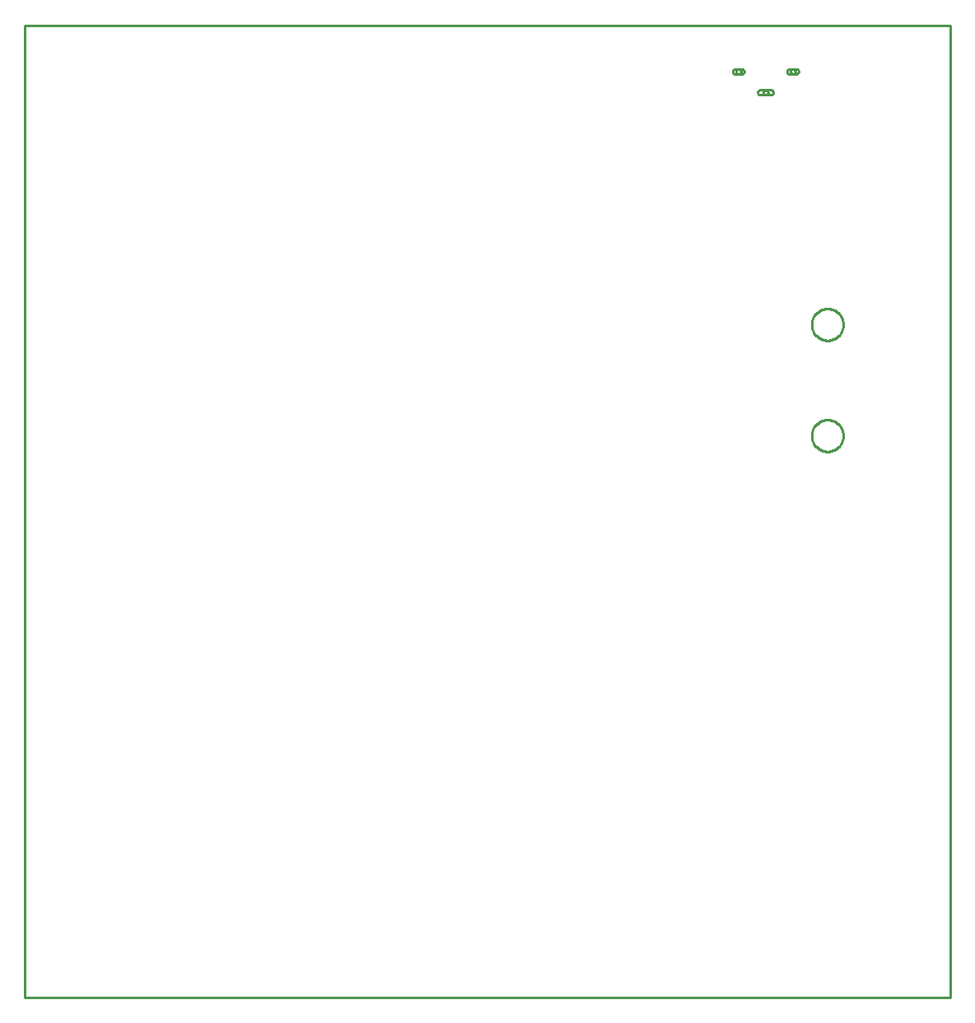
<source format=gbr>
G04 EAGLE Gerber RS-274X export*
G75*
%MOMM*%
%FSLAX34Y34*%
%LPD*%
%IN*%
%IPPOS*%
%AMOC8*
5,1,8,0,0,1.08239X$1,22.5*%
G01*
%ADD10C,0.254000*%


D10*
X0Y0D02*
X952300Y0D01*
X952300Y1000000D01*
X0Y1000000D01*
X0Y0D01*
X754000Y931000D02*
X754010Y930782D01*
X754038Y930566D01*
X754085Y930353D01*
X754151Y930145D01*
X754234Y929943D01*
X754335Y929750D01*
X754452Y929566D01*
X754585Y929393D01*
X754732Y929232D01*
X754893Y929085D01*
X755066Y928952D01*
X755250Y928835D01*
X755443Y928734D01*
X755645Y928651D01*
X755853Y928585D01*
X756066Y928538D01*
X756282Y928510D01*
X756500Y928500D01*
X767500Y928500D01*
X767718Y928510D01*
X767934Y928538D01*
X768147Y928585D01*
X768355Y928651D01*
X768557Y928734D01*
X768750Y928835D01*
X768934Y928952D01*
X769107Y929085D01*
X769268Y929232D01*
X769415Y929393D01*
X769548Y929566D01*
X769665Y929750D01*
X769766Y929943D01*
X769849Y930145D01*
X769915Y930353D01*
X769962Y930566D01*
X769991Y930782D01*
X770000Y931000D01*
X769991Y931218D01*
X769962Y931434D01*
X769915Y931647D01*
X769849Y931855D01*
X769766Y932057D01*
X769665Y932250D01*
X769548Y932434D01*
X769415Y932607D01*
X769268Y932768D01*
X769107Y932915D01*
X768934Y933048D01*
X768750Y933165D01*
X768557Y933266D01*
X768355Y933349D01*
X768147Y933415D01*
X767934Y933462D01*
X767718Y933491D01*
X767500Y933500D01*
X756500Y933500D01*
X756282Y933491D01*
X756066Y933462D01*
X755853Y933415D01*
X755645Y933349D01*
X755443Y933266D01*
X755250Y933165D01*
X755066Y933048D01*
X754893Y932915D01*
X754732Y932768D01*
X754585Y932607D01*
X754452Y932434D01*
X754335Y932250D01*
X754234Y932057D01*
X754151Y931855D01*
X754085Y931647D01*
X754038Y931434D01*
X754010Y931218D01*
X754000Y931000D01*
X784000Y952500D02*
X784010Y952282D01*
X784038Y952066D01*
X784085Y951853D01*
X784151Y951645D01*
X784234Y951443D01*
X784335Y951250D01*
X784452Y951066D01*
X784585Y950893D01*
X784732Y950732D01*
X784893Y950585D01*
X785066Y950452D01*
X785250Y950335D01*
X785443Y950234D01*
X785645Y950151D01*
X785853Y950085D01*
X786066Y950038D01*
X786282Y950010D01*
X786500Y950000D01*
X793500Y950000D01*
X793718Y950010D01*
X793934Y950038D01*
X794147Y950085D01*
X794355Y950151D01*
X794557Y950234D01*
X794750Y950335D01*
X794934Y950452D01*
X795107Y950585D01*
X795268Y950732D01*
X795415Y950893D01*
X795548Y951066D01*
X795665Y951250D01*
X795766Y951443D01*
X795849Y951645D01*
X795915Y951853D01*
X795962Y952066D01*
X795991Y952282D01*
X796000Y952500D01*
X795991Y952718D01*
X795962Y952934D01*
X795915Y953147D01*
X795849Y953355D01*
X795766Y953557D01*
X795665Y953750D01*
X795548Y953934D01*
X795415Y954107D01*
X795268Y954268D01*
X795107Y954415D01*
X794934Y954548D01*
X794750Y954665D01*
X794557Y954766D01*
X794355Y954849D01*
X794147Y954915D01*
X793934Y954962D01*
X793718Y954991D01*
X793500Y955000D01*
X786500Y955000D01*
X786282Y954991D01*
X786066Y954962D01*
X785853Y954915D01*
X785645Y954849D01*
X785443Y954766D01*
X785250Y954665D01*
X785066Y954548D01*
X784893Y954415D01*
X784732Y954268D01*
X784585Y954107D01*
X784452Y953934D01*
X784335Y953750D01*
X784234Y953557D01*
X784151Y953355D01*
X784085Y953147D01*
X784038Y952934D01*
X784010Y952718D01*
X784000Y952500D01*
X728000Y952500D02*
X728010Y952282D01*
X728038Y952066D01*
X728085Y951853D01*
X728151Y951645D01*
X728234Y951443D01*
X728335Y951250D01*
X728452Y951066D01*
X728585Y950893D01*
X728732Y950732D01*
X728893Y950585D01*
X729066Y950452D01*
X729250Y950335D01*
X729443Y950234D01*
X729645Y950151D01*
X729853Y950085D01*
X730066Y950038D01*
X730282Y950010D01*
X730500Y950000D01*
X737500Y950000D01*
X737718Y950010D01*
X737934Y950038D01*
X738147Y950085D01*
X738355Y950151D01*
X738557Y950234D01*
X738750Y950335D01*
X738934Y950452D01*
X739107Y950585D01*
X739268Y950732D01*
X739415Y950893D01*
X739548Y951066D01*
X739665Y951250D01*
X739766Y951443D01*
X739849Y951645D01*
X739915Y951853D01*
X739962Y952066D01*
X739991Y952282D01*
X740000Y952500D01*
X739991Y952718D01*
X739962Y952934D01*
X739915Y953147D01*
X739849Y953355D01*
X739766Y953557D01*
X739665Y953750D01*
X739548Y953934D01*
X739415Y954107D01*
X739268Y954268D01*
X739107Y954415D01*
X738934Y954548D01*
X738750Y954665D01*
X738557Y954766D01*
X738355Y954849D01*
X738147Y954915D01*
X737934Y954962D01*
X737718Y954991D01*
X737500Y955000D01*
X730500Y955000D01*
X730282Y954991D01*
X730066Y954962D01*
X729853Y954915D01*
X729645Y954849D01*
X729443Y954766D01*
X729250Y954665D01*
X729066Y954548D01*
X728893Y954415D01*
X728732Y954268D01*
X728585Y954107D01*
X728452Y953934D01*
X728335Y953750D01*
X728234Y953557D01*
X728151Y953355D01*
X728085Y953147D01*
X728038Y952934D01*
X728010Y952718D01*
X728000Y952500D01*
X824968Y675900D02*
X823906Y675970D01*
X822852Y676108D01*
X821808Y676316D01*
X820780Y676591D01*
X819773Y676933D01*
X818790Y677341D01*
X817836Y677811D01*
X816914Y678343D01*
X816030Y678934D01*
X815186Y679582D01*
X814386Y680283D01*
X813633Y681036D01*
X812932Y681836D01*
X812284Y682680D01*
X811693Y683564D01*
X811161Y684486D01*
X810691Y685440D01*
X810283Y686423D01*
X809941Y687430D01*
X809666Y688458D01*
X809458Y689502D01*
X809320Y690556D01*
X809250Y691618D01*
X809250Y692682D01*
X809320Y693744D01*
X809458Y694798D01*
X809666Y695842D01*
X809941Y696870D01*
X810283Y697877D01*
X810691Y698860D01*
X811161Y699814D01*
X811693Y700736D01*
X812284Y701620D01*
X812932Y702464D01*
X813633Y703264D01*
X814386Y704017D01*
X815186Y704718D01*
X816030Y705366D01*
X816914Y705957D01*
X817836Y706489D01*
X818790Y706959D01*
X819773Y707367D01*
X820780Y707709D01*
X821808Y707984D01*
X822852Y708192D01*
X823906Y708330D01*
X824968Y708400D01*
X826032Y708400D01*
X827094Y708330D01*
X828148Y708192D01*
X829192Y707984D01*
X830220Y707709D01*
X831227Y707367D01*
X832210Y706959D01*
X833164Y706489D01*
X834086Y705957D01*
X834970Y705366D01*
X835814Y704718D01*
X836614Y704017D01*
X837367Y703264D01*
X838068Y702464D01*
X838716Y701620D01*
X839307Y700736D01*
X839839Y699814D01*
X840309Y698860D01*
X840717Y697877D01*
X841059Y696870D01*
X841334Y695842D01*
X841542Y694798D01*
X841680Y693744D01*
X841750Y692682D01*
X841750Y691618D01*
X841680Y690556D01*
X841542Y689502D01*
X841334Y688458D01*
X841059Y687430D01*
X840717Y686423D01*
X840309Y685440D01*
X839839Y684486D01*
X839307Y683564D01*
X838716Y682680D01*
X838068Y681836D01*
X837367Y681036D01*
X836614Y680283D01*
X835814Y679582D01*
X834970Y678934D01*
X834086Y678343D01*
X833164Y677811D01*
X832210Y677341D01*
X831227Y676933D01*
X830220Y676591D01*
X829192Y676316D01*
X828148Y676108D01*
X827094Y675970D01*
X826032Y675900D01*
X824968Y675900D01*
X824968Y561600D02*
X823906Y561670D01*
X822852Y561808D01*
X821808Y562016D01*
X820780Y562291D01*
X819773Y562633D01*
X818790Y563041D01*
X817836Y563511D01*
X816914Y564043D01*
X816030Y564634D01*
X815186Y565282D01*
X814386Y565983D01*
X813633Y566736D01*
X812932Y567536D01*
X812284Y568380D01*
X811693Y569264D01*
X811161Y570186D01*
X810691Y571140D01*
X810283Y572123D01*
X809941Y573130D01*
X809666Y574158D01*
X809458Y575202D01*
X809320Y576256D01*
X809250Y577318D01*
X809250Y578382D01*
X809320Y579444D01*
X809458Y580498D01*
X809666Y581542D01*
X809941Y582570D01*
X810283Y583577D01*
X810691Y584560D01*
X811161Y585514D01*
X811693Y586436D01*
X812284Y587320D01*
X812932Y588164D01*
X813633Y588964D01*
X814386Y589717D01*
X815186Y590418D01*
X816030Y591066D01*
X816914Y591657D01*
X817836Y592189D01*
X818790Y592659D01*
X819773Y593067D01*
X820780Y593409D01*
X821808Y593684D01*
X822852Y593892D01*
X823906Y594030D01*
X824968Y594100D01*
X826032Y594100D01*
X827094Y594030D01*
X828148Y593892D01*
X829192Y593684D01*
X830220Y593409D01*
X831227Y593067D01*
X832210Y592659D01*
X833164Y592189D01*
X834086Y591657D01*
X834970Y591066D01*
X835814Y590418D01*
X836614Y589717D01*
X837367Y588964D01*
X838068Y588164D01*
X838716Y587320D01*
X839307Y586436D01*
X839839Y585514D01*
X840309Y584560D01*
X840717Y583577D01*
X841059Y582570D01*
X841334Y581542D01*
X841542Y580498D01*
X841680Y579444D01*
X841750Y578382D01*
X841750Y577318D01*
X841680Y576256D01*
X841542Y575202D01*
X841334Y574158D01*
X841059Y573130D01*
X840717Y572123D01*
X840309Y571140D01*
X839839Y570186D01*
X839307Y569264D01*
X838716Y568380D01*
X838068Y567536D01*
X837367Y566736D01*
X836614Y565983D01*
X835814Y565282D01*
X834970Y564634D01*
X834086Y564043D01*
X833164Y563511D01*
X832210Y563041D01*
X831227Y562633D01*
X830220Y562291D01*
X829192Y562016D01*
X828148Y561808D01*
X827094Y561670D01*
X826032Y561600D01*
X824968Y561600D01*
X736500Y952303D02*
X736438Y951915D01*
X736317Y951540D01*
X736138Y951190D01*
X735907Y950871D01*
X735629Y950593D01*
X735310Y950362D01*
X734960Y950183D01*
X734585Y950062D01*
X734197Y950000D01*
X733803Y950000D01*
X733415Y950062D01*
X733040Y950183D01*
X732690Y950362D01*
X732371Y950593D01*
X732093Y950871D01*
X731862Y951190D01*
X731683Y951540D01*
X731562Y951915D01*
X731500Y952303D01*
X731500Y952697D01*
X731562Y953085D01*
X731683Y953460D01*
X731862Y953810D01*
X732093Y954129D01*
X732371Y954407D01*
X732690Y954638D01*
X733040Y954817D01*
X733415Y954938D01*
X733803Y955000D01*
X734197Y955000D01*
X734585Y954938D01*
X734960Y954817D01*
X735310Y954638D01*
X735629Y954407D01*
X735907Y954129D01*
X736138Y953810D01*
X736317Y953460D01*
X736438Y953085D01*
X736500Y952697D01*
X736500Y952303D01*
X792500Y952303D02*
X792438Y951915D01*
X792317Y951540D01*
X792138Y951190D01*
X791907Y950871D01*
X791629Y950593D01*
X791310Y950362D01*
X790960Y950183D01*
X790585Y950062D01*
X790197Y950000D01*
X789803Y950000D01*
X789415Y950062D01*
X789040Y950183D01*
X788690Y950362D01*
X788371Y950593D01*
X788093Y950871D01*
X787862Y951190D01*
X787683Y951540D01*
X787562Y951915D01*
X787500Y952303D01*
X787500Y952697D01*
X787562Y953085D01*
X787683Y953460D01*
X787862Y953810D01*
X788093Y954129D01*
X788371Y954407D01*
X788690Y954638D01*
X789040Y954817D01*
X789415Y954938D01*
X789803Y955000D01*
X790197Y955000D01*
X790585Y954938D01*
X790960Y954817D01*
X791310Y954638D01*
X791629Y954407D01*
X791907Y954129D01*
X792138Y953810D01*
X792317Y953460D01*
X792438Y953085D01*
X792500Y952697D01*
X792500Y952303D01*
X764500Y930803D02*
X764438Y930415D01*
X764317Y930040D01*
X764138Y929690D01*
X763907Y929371D01*
X763629Y929093D01*
X763310Y928862D01*
X762960Y928683D01*
X762585Y928562D01*
X762197Y928500D01*
X761803Y928500D01*
X761415Y928562D01*
X761040Y928683D01*
X760690Y928862D01*
X760371Y929093D01*
X760093Y929371D01*
X759862Y929690D01*
X759683Y930040D01*
X759562Y930415D01*
X759500Y930803D01*
X759500Y931197D01*
X759562Y931585D01*
X759683Y931960D01*
X759862Y932310D01*
X760093Y932629D01*
X760371Y932907D01*
X760690Y933138D01*
X761040Y933317D01*
X761415Y933438D01*
X761803Y933500D01*
X762197Y933500D01*
X762585Y933438D01*
X762960Y933317D01*
X763310Y933138D01*
X763629Y932907D01*
X763907Y932629D01*
X764138Y932310D01*
X764317Y931960D01*
X764438Y931585D01*
X764500Y931197D01*
X764500Y930803D01*
M02*

</source>
